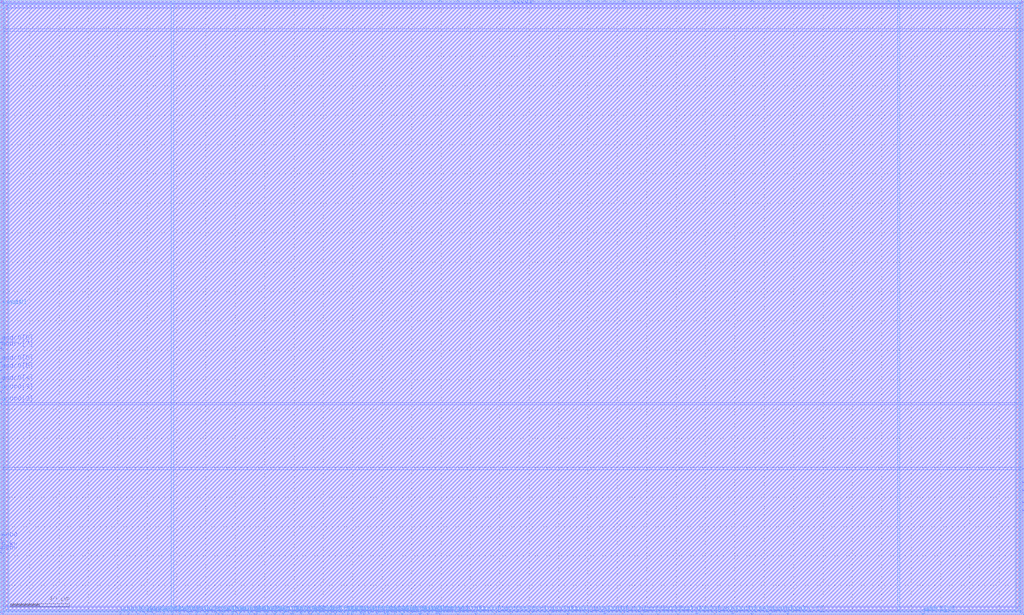
<source format=lef>
VERSION 5.4 ;
NAMESCASESENSITIVE ON ;
BUSBITCHARS "[]" ;
DIVIDERCHAR "/" ;
UNITS
  DATABASE MICRONS 2000 ;
END UNITS
MACRO sky130_sram_2kbyte_1rw1r_32x512_8
   CLASS BLOCK ;
   SIZE 696.7 BY 418.58 ;
   SYMMETRY X Y R90 ;
   PIN din0[0]
      DIRECTION INPUT ;
      PORT
         LAYER met4 ;
         RECT  116.96 0.0 117.34 1.06 ;
      END
   END din0[0]
   PIN din0[1]
      DIRECTION INPUT ;
      PORT
         LAYER met4 ;
         RECT  121.72 0.0 122.1 1.06 ;
      END
   END din0[1]
   PIN din0[2]
      DIRECTION INPUT ;
      PORT
         LAYER met4 ;
         RECT  128.52 0.0 128.9 1.06 ;
      END
   END din0[2]
   PIN din0[3]
      DIRECTION INPUT ;
      PORT
         LAYER met4 ;
         RECT  133.28 0.0 133.66 1.06 ;
      END
   END din0[3]
   PIN din0[4]
      DIRECTION INPUT ;
      PORT
         LAYER met4 ;
         RECT  140.08 0.0 140.46 1.06 ;
      END
   END din0[4]
   PIN din0[5]
      DIRECTION INPUT ;
      PORT
         LAYER met4 ;
         RECT  146.2 0.0 146.58 1.06 ;
      END
   END din0[5]
   PIN din0[6]
      DIRECTION INPUT ;
      PORT
         LAYER met4 ;
         RECT  150.96 0.0 151.34 1.06 ;
      END
   END din0[6]
   PIN din0[7]
      DIRECTION INPUT ;
      PORT
         LAYER met4 ;
         RECT  157.76 0.0 158.14 1.06 ;
      END
   END din0[7]
   PIN din0[8]
      DIRECTION INPUT ;
      PORT
         LAYER met4 ;
         RECT  162.52 0.0 162.9 1.06 ;
      END
   END din0[8]
   PIN din0[9]
      DIRECTION INPUT ;
      PORT
         LAYER met4 ;
         RECT  169.32 0.0 169.7 1.06 ;
      END
   END din0[9]
   PIN din0[10]
      DIRECTION INPUT ;
      PORT
         LAYER met4 ;
         RECT  174.08 0.0 174.46 1.06 ;
      END
   END din0[10]
   PIN din0[11]
      DIRECTION INPUT ;
      PORT
         LAYER met4 ;
         RECT  180.88 0.0 181.26 1.06 ;
      END
   END din0[11]
   PIN din0[12]
      DIRECTION INPUT ;
      PORT
         LAYER met4 ;
         RECT  186.32 0.0 186.7 1.06 ;
      END
   END din0[12]
   PIN din0[13]
      DIRECTION INPUT ;
      PORT
         LAYER met4 ;
         RECT  192.44 0.0 192.82 1.06 ;
      END
   END din0[13]
   PIN din0[14]
      DIRECTION INPUT ;
      PORT
         LAYER met4 ;
         RECT  197.88 0.0 198.26 1.06 ;
      END
   END din0[14]
   PIN din0[15]
      DIRECTION INPUT ;
      PORT
         LAYER met4 ;
         RECT  204.68 0.0 205.06 1.06 ;
      END
   END din0[15]
   PIN din0[16]
      DIRECTION INPUT ;
      PORT
         LAYER met4 ;
         RECT  210.12 0.0 210.5 1.06 ;
      END
   END din0[16]
   PIN din0[17]
      DIRECTION INPUT ;
      PORT
         LAYER met4 ;
         RECT  216.24 0.0 216.62 1.06 ;
      END
   END din0[17]
   PIN din0[18]
      DIRECTION INPUT ;
      PORT
         LAYER met4 ;
         RECT  221.68 0.0 222.06 1.06 ;
      END
   END din0[18]
   PIN din0[19]
      DIRECTION INPUT ;
      PORT
         LAYER met4 ;
         RECT  227.8 0.0 228.18 1.06 ;
      END
   END din0[19]
   PIN din0[20]
      DIRECTION INPUT ;
      PORT
         LAYER met4 ;
         RECT  233.24 0.0 233.62 1.06 ;
      END
   END din0[20]
   PIN din0[21]
      DIRECTION INPUT ;
      PORT
         LAYER met4 ;
         RECT  239.36 0.0 239.74 1.06 ;
      END
   END din0[21]
   PIN din0[22]
      DIRECTION INPUT ;
      PORT
         LAYER met4 ;
         RECT  245.48 0.0 245.86 1.06 ;
      END
   END din0[22]
   PIN din0[23]
      DIRECTION INPUT ;
      PORT
         LAYER met4 ;
         RECT  250.92 0.0 251.3 1.06 ;
      END
   END din0[23]
   PIN din0[24]
      DIRECTION INPUT ;
      PORT
         LAYER met4 ;
         RECT  256.36 0.0 256.74 1.06 ;
      END
   END din0[24]
   PIN din0[25]
      DIRECTION INPUT ;
      PORT
         LAYER met4 ;
         RECT  261.8 0.0 262.18 1.06 ;
      END
   END din0[25]
   PIN din0[26]
      DIRECTION INPUT ;
      PORT
         LAYER met4 ;
         RECT  268.6 0.0 268.98 1.06 ;
      END
   END din0[26]
   PIN din0[27]
      DIRECTION INPUT ;
      PORT
         LAYER met4 ;
         RECT  273.36 0.0 273.74 1.06 ;
      END
   END din0[27]
   PIN din0[28]
      DIRECTION INPUT ;
      PORT
         LAYER met4 ;
         RECT  279.48 0.0 279.86 1.06 ;
      END
   END din0[28]
   PIN din0[29]
      DIRECTION INPUT ;
      PORT
         LAYER met4 ;
         RECT  285.6 0.0 285.98 1.06 ;
      END
   END din0[29]
   PIN din0[30]
      DIRECTION INPUT ;
      PORT
         LAYER met4 ;
         RECT  291.04 0.0 291.42 1.06 ;
      END
   END din0[30]
   PIN din0[31]
      DIRECTION INPUT ;
      PORT
         LAYER met4 ;
         RECT  297.16 0.0 297.54 1.06 ;
      END
   END din0[31]
   PIN addr0[0]
      DIRECTION INPUT ;
      PORT
         LAYER met4 ;
         RECT  81.6 0.0 81.98 1.06 ;
      END
   END addr0[0]
   PIN addr0[1]
      DIRECTION INPUT ;
      PORT
         LAYER met4 ;
         RECT  87.04 0.0 87.42 1.06 ;
      END
   END addr0[1]
   PIN addr0[2]
      DIRECTION INPUT ;
      PORT
         LAYER met3 ;
         RECT  0.0 143.48 1.06 143.86 ;
      END
   END addr0[2]
   PIN addr0[3]
      DIRECTION INPUT ;
      PORT
         LAYER met3 ;
         RECT  0.0 151.64 1.06 152.02 ;
      END
   END addr0[3]
   PIN addr0[4]
      DIRECTION INPUT ;
      PORT
         LAYER met3 ;
         RECT  0.0 157.76 1.06 158.14 ;
      END
   END addr0[4]
   PIN addr0[5]
      DIRECTION INPUT ;
      PORT
         LAYER met3 ;
         RECT  0.0 165.92 1.06 166.3 ;
      END
   END addr0[5]
   PIN addr0[6]
      DIRECTION INPUT ;
      PORT
         LAYER met3 ;
         RECT  0.0 171.36 1.06 171.74 ;
      END
   END addr0[6]
   PIN addr0[7]
      DIRECTION INPUT ;
      PORT
         LAYER met3 ;
         RECT  0.0 180.88 1.06 181.26 ;
      END
   END addr0[7]
   PIN addr0[8]
      DIRECTION INPUT ;
      PORT
         LAYER met3 ;
         RECT  0.0 184.96 1.06 185.34 ;
      END
   END addr0[8]
   PIN addr1[0]
      DIRECTION INPUT ;
      PORT
         LAYER met4 ;
         RECT  611.32 417.52 611.7 418.58 ;
      END
   END addr1[0]
   PIN addr1[1]
      DIRECTION INPUT ;
      PORT
         LAYER met4 ;
         RECT  604.52 417.52 604.9 418.58 ;
      END
   END addr1[1]
   PIN addr1[2]
      DIRECTION INPUT ;
      PORT
         LAYER met3 ;
         RECT  695.64 99.28 696.7 99.66 ;
      END
   END addr1[2]
   PIN addr1[3]
      DIRECTION INPUT ;
      PORT
         LAYER met3 ;
         RECT  695.64 89.76 696.7 90.14 ;
      END
   END addr1[3]
   PIN addr1[4]
      DIRECTION INPUT ;
      PORT
         LAYER met3 ;
         RECT  695.64 84.32 696.7 84.7 ;
      END
   END addr1[4]
   PIN addr1[5]
      DIRECTION INPUT ;
      PORT
         LAYER met3 ;
         RECT  695.64 76.16 696.7 76.54 ;
      END
   END addr1[5]
   PIN addr1[6]
      DIRECTION INPUT ;
      PORT
         LAYER met3 ;
         RECT  695.64 70.72 696.7 71.1 ;
      END
   END addr1[6]
   PIN addr1[7]
      DIRECTION INPUT ;
      PORT
         LAYER met4 ;
         RECT  627.64 0.0 628.02 1.06 ;
      END
   END addr1[7]
   PIN addr1[8]
      DIRECTION INPUT ;
      PORT
         LAYER met4 ;
         RECT  628.32 0.0 628.7 1.06 ;
      END
   END addr1[8]
   PIN csb0
      DIRECTION INPUT ;
      PORT
         LAYER met3 ;
         RECT  0.0 42.16 1.06 42.54 ;
      END
   END csb0
   PIN csb1
      DIRECTION INPUT ;
      PORT
         LAYER met3 ;
         RECT  695.64 397.8 696.7 398.18 ;
      END
   END csb1
   PIN web0
      DIRECTION INPUT ;
      PORT
         LAYER met3 ;
         RECT  0.0 51.0 1.06 51.38 ;
      END
   END web0
   PIN clk0
      DIRECTION INPUT ;
      PORT
         LAYER met3 ;
         RECT  0.0 44.88 1.06 45.26 ;
      END
   END clk0
   PIN clk1
      DIRECTION INPUT ;
      PORT
         LAYER met4 ;
         RECT  665.04 417.52 665.42 418.58 ;
      END
   END clk1
   PIN wmask0[0]
      DIRECTION INPUT ;
      PORT
         LAYER met4 ;
         RECT  93.16 0.0 93.54 1.06 ;
      END
   END wmask0[0]
   PIN wmask0[1]
      DIRECTION INPUT ;
      PORT
         LAYER met4 ;
         RECT  98.6 0.0 98.98 1.06 ;
      END
   END wmask0[1]
   PIN wmask0[2]
      DIRECTION INPUT ;
      PORT
         LAYER met4 ;
         RECT  104.04 0.0 104.42 1.06 ;
      END
   END wmask0[2]
   PIN wmask0[3]
      DIRECTION INPUT ;
      PORT
         LAYER met4 ;
         RECT  110.84 0.0 111.22 1.06 ;
      END
   END wmask0[3]
   PIN dout0[0]
      DIRECTION OUTPUT ;
      PORT
         LAYER met4 ;
         RECT  148.24 0.0 148.62 1.06 ;
      END
   END dout0[0]
   PIN dout0[1]
      DIRECTION OUTPUT ;
      PORT
         LAYER met4 ;
         RECT  161.16 0.0 161.54 1.06 ;
      END
   END dout0[1]
   PIN dout0[2]
      DIRECTION OUTPUT ;
      PORT
         LAYER met4 ;
         RECT  172.72 0.0 173.1 1.06 ;
      END
   END dout0[2]
   PIN dout0[3]
      DIRECTION OUTPUT ;
      PORT
         LAYER met4 ;
         RECT  187.0 0.0 187.38 1.06 ;
      END
   END dout0[3]
   PIN dout0[4]
      DIRECTION OUTPUT ;
      PORT
         LAYER met4 ;
         RECT  199.24 0.0 199.62 1.06 ;
      END
   END dout0[4]
   PIN dout0[5]
      DIRECTION OUTPUT ;
      PORT
         LAYER met4 ;
         RECT  211.48 0.0 211.86 1.06 ;
      END
   END dout0[5]
   PIN dout0[6]
      DIRECTION OUTPUT ;
      PORT
         LAYER met4 ;
         RECT  224.4 0.0 224.78 1.06 ;
      END
   END dout0[6]
   PIN dout0[7]
      DIRECTION OUTPUT ;
      PORT
         LAYER met4 ;
         RECT  236.64 0.0 237.02 1.06 ;
      END
   END dout0[7]
   PIN dout0[8]
      DIRECTION OUTPUT ;
      PORT
         LAYER met4 ;
         RECT  247.52 0.0 247.9 1.06 ;
      END
   END dout0[8]
   PIN dout0[9]
      DIRECTION OUTPUT ;
      PORT
         LAYER met4 ;
         RECT  263.84 0.0 264.22 1.06 ;
      END
   END dout0[9]
   PIN dout0[10]
      DIRECTION OUTPUT ;
      PORT
         LAYER met4 ;
         RECT  274.04 0.0 274.42 1.06 ;
      END
   END dout0[10]
   PIN dout0[11]
      DIRECTION OUTPUT ;
      PORT
         LAYER met4 ;
         RECT  286.28 0.0 286.66 1.06 ;
      END
   END dout0[11]
   PIN dout0[12]
      DIRECTION OUTPUT ;
      PORT
         LAYER met4 ;
         RECT  299.2 0.0 299.58 1.06 ;
      END
   END dout0[12]
   PIN dout0[13]
      DIRECTION OUTPUT ;
      PORT
         LAYER met4 ;
         RECT  311.44 0.0 311.82 1.06 ;
      END
   END dout0[13]
   PIN dout0[14]
      DIRECTION OUTPUT ;
      PORT
         LAYER met4 ;
         RECT  323.68 0.0 324.06 1.06 ;
      END
   END dout0[14]
   PIN dout0[15]
      DIRECTION OUTPUT ;
      PORT
         LAYER met4 ;
         RECT  336.6 0.0 336.98 1.06 ;
      END
   END dout0[15]
   PIN dout0[16]
      DIRECTION OUTPUT ;
      PORT
         LAYER met4 ;
         RECT  347.48 0.0 347.86 1.06 ;
      END
   END dout0[16]
   PIN dout0[17]
      DIRECTION OUTPUT ;
      PORT
         LAYER met4 ;
         RECT  361.08 0.0 361.46 1.06 ;
      END
   END dout0[17]
   PIN dout0[18]
      DIRECTION OUTPUT ;
      PORT
         LAYER met4 ;
         RECT  374.0 0.0 374.38 1.06 ;
      END
   END dout0[18]
   PIN dout0[19]
      DIRECTION OUTPUT ;
      PORT
         LAYER met4 ;
         RECT  386.24 0.0 386.62 1.06 ;
      END
   END dout0[19]
   PIN dout0[20]
      DIRECTION OUTPUT ;
      PORT
         LAYER met4 ;
         RECT  399.16 0.0 399.54 1.06 ;
      END
   END dout0[20]
   PIN dout0[21]
      DIRECTION OUTPUT ;
      PORT
         LAYER met4 ;
         RECT  411.4 0.0 411.78 1.06 ;
      END
   END dout0[21]
   PIN dout0[22]
      DIRECTION OUTPUT ;
      PORT
         LAYER met4 ;
         RECT  423.64 0.0 424.02 1.06 ;
      END
   END dout0[22]
   PIN dout0[23]
      DIRECTION OUTPUT ;
      PORT
         LAYER met4 ;
         RECT  436.56 0.0 436.94 1.06 ;
      END
   END dout0[23]
   PIN dout0[24]
      DIRECTION OUTPUT ;
      PORT
         LAYER met4 ;
         RECT  447.44 0.0 447.82 1.06 ;
      END
   END dout0[24]
   PIN dout0[25]
      DIRECTION OUTPUT ;
      PORT
         LAYER met4 ;
         RECT  461.04 0.0 461.42 1.06 ;
      END
   END dout0[25]
   PIN dout0[26]
      DIRECTION OUTPUT ;
      PORT
         LAYER met4 ;
         RECT  473.96 0.0 474.34 1.06 ;
      END
   END dout0[26]
   PIN dout0[27]
      DIRECTION OUTPUT ;
      PORT
         LAYER met4 ;
         RECT  486.2 0.0 486.58 1.06 ;
      END
   END dout0[27]
   PIN dout0[28]
      DIRECTION OUTPUT ;
      PORT
         LAYER met4 ;
         RECT  498.44 0.0 498.82 1.06 ;
      END
   END dout0[28]
   PIN dout0[29]
      DIRECTION OUTPUT ;
      PORT
         LAYER met4 ;
         RECT  511.36 0.0 511.74 1.06 ;
      END
   END dout0[29]
   PIN dout0[30]
      DIRECTION OUTPUT ;
      PORT
         LAYER met4 ;
         RECT  523.6 0.0 523.98 1.06 ;
      END
   END dout0[30]
   PIN dout0[31]
      DIRECTION OUTPUT ;
      PORT
         LAYER met4 ;
         RECT  535.84 0.0 536.22 1.06 ;
      END
   END dout0[31]
   PIN dout1[0]
      DIRECTION OUTPUT ;
      PORT
         LAYER met4 ;
         RECT  148.92 417.52 149.3 418.58 ;
      END
   END dout1[0]
   PIN dout1[1]
      DIRECTION OUTPUT ;
      PORT
         LAYER met4 ;
         RECT  161.84 417.52 162.22 418.58 ;
      END
   END dout1[1]
   PIN dout1[2]
      DIRECTION OUTPUT ;
      PORT
         LAYER met4 ;
         RECT  174.76 417.52 175.14 418.58 ;
      END
   END dout1[2]
   PIN dout1[3]
      DIRECTION OUTPUT ;
      PORT
         LAYER met4 ;
         RECT  187.68 417.52 188.06 418.58 ;
      END
   END dout1[3]
   PIN dout1[4]
      DIRECTION OUTPUT ;
      PORT
         LAYER met4 ;
         RECT  199.24 417.52 199.62 418.58 ;
      END
   END dout1[4]
   PIN dout1[5]
      DIRECTION OUTPUT ;
      PORT
         LAYER met4 ;
         RECT  212.16 417.52 212.54 418.58 ;
      END
   END dout1[5]
   PIN dout1[6]
      DIRECTION OUTPUT ;
      PORT
         LAYER met4 ;
         RECT  225.08 417.52 225.46 418.58 ;
      END
   END dout1[6]
   PIN dout1[7]
      DIRECTION OUTPUT ;
      PORT
         LAYER met4 ;
         RECT  236.64 417.52 237.02 418.58 ;
      END
   END dout1[7]
   PIN dout1[8]
      DIRECTION OUTPUT ;
      PORT
         LAYER met4 ;
         RECT  249.56 417.52 249.94 418.58 ;
      END
   END dout1[8]
   PIN dout1[9]
      DIRECTION OUTPUT ;
      PORT
         LAYER met4 ;
         RECT  261.8 417.52 262.18 418.58 ;
      END
   END dout1[9]
   PIN dout1[10]
      DIRECTION OUTPUT ;
      PORT
         LAYER met4 ;
         RECT  274.04 417.52 274.42 418.58 ;
      END
   END dout1[10]
   PIN dout1[11]
      DIRECTION OUTPUT ;
      PORT
         LAYER met4 ;
         RECT  286.96 417.52 287.34 418.58 ;
      END
   END dout1[11]
   PIN dout1[12]
      DIRECTION OUTPUT ;
      PORT
         LAYER met4 ;
         RECT  299.2 417.52 299.58 418.58 ;
      END
   END dout1[12]
   PIN dout1[13]
      DIRECTION OUTPUT ;
      PORT
         LAYER met4 ;
         RECT  311.44 417.52 311.82 418.58 ;
      END
   END dout1[13]
   PIN dout1[14]
      DIRECTION OUTPUT ;
      PORT
         LAYER met4 ;
         RECT  325.04 417.52 325.42 418.58 ;
      END
   END dout1[14]
   PIN dout1[15]
      DIRECTION OUTPUT ;
      PORT
         LAYER met4 ;
         RECT  337.28 417.52 337.66 418.58 ;
      END
   END dout1[15]
   PIN dout1[16]
      DIRECTION OUTPUT ;
      PORT
         LAYER met4 ;
         RECT  348.84 417.52 349.22 418.58 ;
      END
   END dout1[16]
   PIN dout1[17]
      DIRECTION OUTPUT ;
      PORT
         LAYER met4 ;
         RECT  362.44 417.52 362.82 418.58 ;
      END
   END dout1[17]
   PIN dout1[18]
      DIRECTION OUTPUT ;
      PORT
         LAYER met4 ;
         RECT  374.0 417.52 374.38 418.58 ;
      END
   END dout1[18]
   PIN dout1[19]
      DIRECTION OUTPUT ;
      PORT
         LAYER met4 ;
         RECT  386.92 417.52 387.3 418.58 ;
      END
   END dout1[19]
   PIN dout1[20]
      DIRECTION OUTPUT ;
      PORT
         LAYER met4 ;
         RECT  399.84 417.52 400.22 418.58 ;
      END
   END dout1[20]
   PIN dout1[21]
      DIRECTION OUTPUT ;
      PORT
         LAYER met4 ;
         RECT  411.4 417.52 411.78 418.58 ;
      END
   END dout1[21]
   PIN dout1[22]
      DIRECTION OUTPUT ;
      PORT
         LAYER met4 ;
         RECT  424.32 417.52 424.7 418.58 ;
      END
   END dout1[22]
   PIN dout1[23]
      DIRECTION OUTPUT ;
      PORT
         LAYER met4 ;
         RECT  437.24 417.52 437.62 418.58 ;
      END
   END dout1[23]
   PIN dout1[24]
      DIRECTION OUTPUT ;
      PORT
         LAYER met4 ;
         RECT  449.48 417.52 449.86 418.58 ;
      END
   END dout1[24]
   PIN dout1[25]
      DIRECTION OUTPUT ;
      PORT
         LAYER met4 ;
         RECT  461.04 417.52 461.42 418.58 ;
      END
   END dout1[25]
   PIN dout1[26]
      DIRECTION OUTPUT ;
      PORT
         LAYER met4 ;
         RECT  474.64 417.52 475.02 418.58 ;
      END
   END dout1[26]
   PIN dout1[27]
      DIRECTION OUTPUT ;
      PORT
         LAYER met4 ;
         RECT  486.2 417.52 486.58 418.58 ;
      END
   END dout1[27]
   PIN dout1[28]
      DIRECTION OUTPUT ;
      PORT
         LAYER met4 ;
         RECT  499.12 417.52 499.5 418.58 ;
      END
   END dout1[28]
   PIN dout1[29]
      DIRECTION OUTPUT ;
      PORT
         LAYER met4 ;
         RECT  511.36 417.52 511.74 418.58 ;
      END
   END dout1[29]
   PIN dout1[30]
      DIRECTION OUTPUT ;
      PORT
         LAYER met4 ;
         RECT  523.6 417.52 523.98 418.58 ;
      END
   END dout1[30]
   PIN dout1[31]
      DIRECTION OUTPUT ;
      PORT
         LAYER met4 ;
         RECT  536.52 417.52 536.9 418.58 ;
      END
   END dout1[31]
   PIN vccd1
      DIRECTION INOUT ;
      USE POWER ; 
      SHAPE ABUTMENT ; 
      PORT
         LAYER met4 ;
         RECT  691.56 3.4 693.3 415.18 ;
         LAYER met4 ;
         RECT  3.4 3.4 5.14 415.18 ;
         LAYER met3 ;
         RECT  3.4 3.4 693.3 5.14 ;
         LAYER met3 ;
         RECT  3.4 413.44 693.3 415.18 ;
      END
   END vccd1
   PIN vssd1
      DIRECTION INOUT ;
      USE GROUND ; 
      SHAPE ABUTMENT ; 
      PORT
         LAYER met4 ;
         RECT  694.96 0.0 696.7 418.58 ;
         LAYER met3 ;
         RECT  0.0 0.0 696.7 1.74 ;
         LAYER met4 ;
         RECT  0.0 0.0 1.74 418.58 ;
         LAYER met3 ;
         RECT  0.0 416.84 696.7 418.58 ;
      END
   END vssd1
   OBS
   LAYER  met1 ;
      RECT  0.62 0.62 696.08 417.96 ;
   LAYER  met2 ;
      RECT  0.62 0.62 696.08 417.96 ;
   LAYER  met3 ;
      RECT  1.66 142.88 696.08 144.46 ;
      RECT  0.62 144.46 1.66 151.04 ;
      RECT  0.62 152.62 1.66 157.16 ;
      RECT  0.62 158.74 1.66 165.32 ;
      RECT  0.62 166.9 1.66 170.76 ;
      RECT  0.62 172.34 1.66 180.28 ;
      RECT  0.62 181.86 1.66 184.36 ;
      RECT  1.66 98.68 695.04 100.26 ;
      RECT  1.66 100.26 695.04 142.88 ;
      RECT  695.04 100.26 696.08 142.88 ;
      RECT  695.04 90.74 696.08 98.68 ;
      RECT  695.04 85.3 696.08 89.16 ;
      RECT  695.04 77.14 696.08 83.72 ;
      RECT  695.04 71.7 696.08 75.56 ;
      RECT  1.66 144.46 695.04 397.2 ;
      RECT  1.66 397.2 695.04 398.78 ;
      RECT  695.04 144.46 696.08 397.2 ;
      RECT  0.62 51.98 1.66 142.88 ;
      RECT  0.62 43.14 1.66 44.28 ;
      RECT  0.62 45.86 1.66 50.4 ;
      RECT  1.66 2.8 2.8 5.74 ;
      RECT  1.66 5.74 2.8 98.68 ;
      RECT  2.8 5.74 693.9 98.68 ;
      RECT  693.9 2.8 695.04 5.74 ;
      RECT  693.9 5.74 695.04 98.68 ;
      RECT  1.66 398.78 2.8 412.84 ;
      RECT  1.66 412.84 2.8 415.78 ;
      RECT  2.8 398.78 693.9 412.84 ;
      RECT  693.9 398.78 695.04 412.84 ;
      RECT  693.9 412.84 695.04 415.78 ;
      RECT  695.04 2.34 696.08 70.12 ;
      RECT  0.62 2.34 1.66 41.56 ;
      RECT  1.66 2.34 2.8 2.8 ;
      RECT  2.8 2.34 693.9 2.8 ;
      RECT  693.9 2.34 695.04 2.8 ;
      RECT  0.62 185.94 1.66 416.24 ;
      RECT  695.04 398.78 696.08 416.24 ;
      RECT  1.66 415.78 2.8 416.24 ;
      RECT  2.8 415.78 693.9 416.24 ;
      RECT  693.9 415.78 695.04 416.24 ;
   LAYER  met4 ;
      RECT  116.36 1.66 117.94 417.96 ;
      RECT  117.94 0.62 121.12 1.66 ;
      RECT  122.7 0.62 127.92 1.66 ;
      RECT  129.5 0.62 132.68 1.66 ;
      RECT  134.26 0.62 139.48 1.66 ;
      RECT  141.06 0.62 145.6 1.66 ;
      RECT  151.94 0.62 157.16 1.66 ;
      RECT  163.5 0.62 168.72 1.66 ;
      RECT  175.06 0.62 180.28 1.66 ;
      RECT  181.86 0.62 185.72 1.66 ;
      RECT  193.42 0.62 197.28 1.66 ;
      RECT  205.66 0.62 209.52 1.66 ;
      RECT  217.22 0.62 221.08 1.66 ;
      RECT  228.78 0.62 232.64 1.66 ;
      RECT  240.34 0.62 244.88 1.66 ;
      RECT  251.9 0.62 255.76 1.66 ;
      RECT  257.34 0.62 261.2 1.66 ;
      RECT  269.58 0.62 272.76 1.66 ;
      RECT  280.46 0.62 285.0 1.66 ;
      RECT  292.02 0.62 296.56 1.66 ;
      RECT  82.58 0.62 86.44 1.66 ;
      RECT  117.94 1.66 610.72 416.92 ;
      RECT  610.72 1.66 612.3 416.92 ;
      RECT  605.5 416.92 610.72 417.96 ;
      RECT  612.3 416.92 664.44 417.96 ;
      RECT  88.02 0.62 92.56 1.66 ;
      RECT  94.14 0.62 98.0 1.66 ;
      RECT  99.58 0.62 103.44 1.66 ;
      RECT  105.02 0.62 110.24 1.66 ;
      RECT  111.82 0.62 116.36 1.66 ;
      RECT  147.18 0.62 147.64 1.66 ;
      RECT  149.22 0.62 150.36 1.66 ;
      RECT  158.74 0.62 160.56 1.66 ;
      RECT  170.3 0.62 172.12 1.66 ;
      RECT  187.98 0.62 191.84 1.66 ;
      RECT  200.22 0.62 204.08 1.66 ;
      RECT  212.46 0.62 215.64 1.66 ;
      RECT  222.66 0.62 223.8 1.66 ;
      RECT  225.38 0.62 227.2 1.66 ;
      RECT  234.22 0.62 236.04 1.66 ;
      RECT  237.62 0.62 238.76 1.66 ;
      RECT  246.46 0.62 246.92 1.66 ;
      RECT  248.5 0.62 250.32 1.66 ;
      RECT  262.78 0.62 263.24 1.66 ;
      RECT  264.82 0.62 268.0 1.66 ;
      RECT  275.02 0.62 278.88 1.66 ;
      RECT  287.26 0.62 290.44 1.66 ;
      RECT  298.14 0.62 298.6 1.66 ;
      RECT  300.18 0.62 310.84 1.66 ;
      RECT  312.42 0.62 323.08 1.66 ;
      RECT  324.66 0.62 336.0 1.66 ;
      RECT  337.58 0.62 346.88 1.66 ;
      RECT  348.46 0.62 360.48 1.66 ;
      RECT  362.06 0.62 373.4 1.66 ;
      RECT  374.98 0.62 385.64 1.66 ;
      RECT  387.22 0.62 398.56 1.66 ;
      RECT  400.14 0.62 410.8 1.66 ;
      RECT  412.38 0.62 423.04 1.66 ;
      RECT  424.62 0.62 435.96 1.66 ;
      RECT  437.54 0.62 446.84 1.66 ;
      RECT  448.42 0.62 460.44 1.66 ;
      RECT  462.02 0.62 473.36 1.66 ;
      RECT  474.94 0.62 485.6 1.66 ;
      RECT  487.18 0.62 497.84 1.66 ;
      RECT  499.42 0.62 510.76 1.66 ;
      RECT  512.34 0.62 523.0 1.66 ;
      RECT  524.58 0.62 535.24 1.66 ;
      RECT  536.82 0.62 627.04 1.66 ;
      RECT  117.94 416.92 148.32 417.96 ;
      RECT  149.9 416.92 161.24 417.96 ;
      RECT  162.82 416.92 174.16 417.96 ;
      RECT  175.74 416.92 187.08 417.96 ;
      RECT  188.66 416.92 198.64 417.96 ;
      RECT  200.22 416.92 211.56 417.96 ;
      RECT  213.14 416.92 224.48 417.96 ;
      RECT  226.06 416.92 236.04 417.96 ;
      RECT  237.62 416.92 248.96 417.96 ;
      RECT  250.54 416.92 261.2 417.96 ;
      RECT  262.78 416.92 273.44 417.96 ;
      RECT  275.02 416.92 286.36 417.96 ;
      RECT  287.94 416.92 298.6 417.96 ;
      RECT  300.18 416.92 310.84 417.96 ;
      RECT  312.42 416.92 324.44 417.96 ;
      RECT  326.02 416.92 336.68 417.96 ;
      RECT  338.26 416.92 348.24 417.96 ;
      RECT  349.82 416.92 361.84 417.96 ;
      RECT  363.42 416.92 373.4 417.96 ;
      RECT  374.98 416.92 386.32 417.96 ;
      RECT  387.9 416.92 399.24 417.96 ;
      RECT  400.82 416.92 410.8 417.96 ;
      RECT  412.38 416.92 423.72 417.96 ;
      RECT  425.3 416.92 436.64 417.96 ;
      RECT  438.22 416.92 448.88 417.96 ;
      RECT  450.46 416.92 460.44 417.96 ;
      RECT  462.02 416.92 474.04 417.96 ;
      RECT  475.62 416.92 485.6 417.96 ;
      RECT  487.18 416.92 498.52 417.96 ;
      RECT  500.1 416.92 510.76 417.96 ;
      RECT  512.34 416.92 523.0 417.96 ;
      RECT  524.58 416.92 535.92 417.96 ;
      RECT  537.5 416.92 603.92 417.96 ;
      RECT  612.3 1.66 690.96 2.8 ;
      RECT  612.3 2.8 690.96 415.78 ;
      RECT  612.3 415.78 690.96 416.92 ;
      RECT  690.96 1.66 693.9 2.8 ;
      RECT  690.96 415.78 693.9 416.92 ;
      RECT  2.8 1.66 5.74 2.8 ;
      RECT  2.8 415.78 5.74 417.96 ;
      RECT  5.74 1.66 116.36 2.8 ;
      RECT  5.74 2.8 116.36 415.78 ;
      RECT  5.74 415.78 116.36 417.96 ;
      RECT  629.3 0.62 694.36 1.66 ;
      RECT  666.02 416.92 694.36 417.96 ;
      RECT  693.9 1.66 694.36 2.8 ;
      RECT  693.9 2.8 694.36 415.78 ;
      RECT  693.9 415.78 694.36 416.92 ;
      RECT  2.34 0.62 81.0 1.66 ;
      RECT  2.34 1.66 2.8 2.8 ;
      RECT  2.34 2.8 2.8 415.78 ;
      RECT  2.34 415.78 2.8 417.96 ;
   END
END    sky130_sram_2kbyte_1rw1r_32x512_8
END    LIBRARY

</source>
